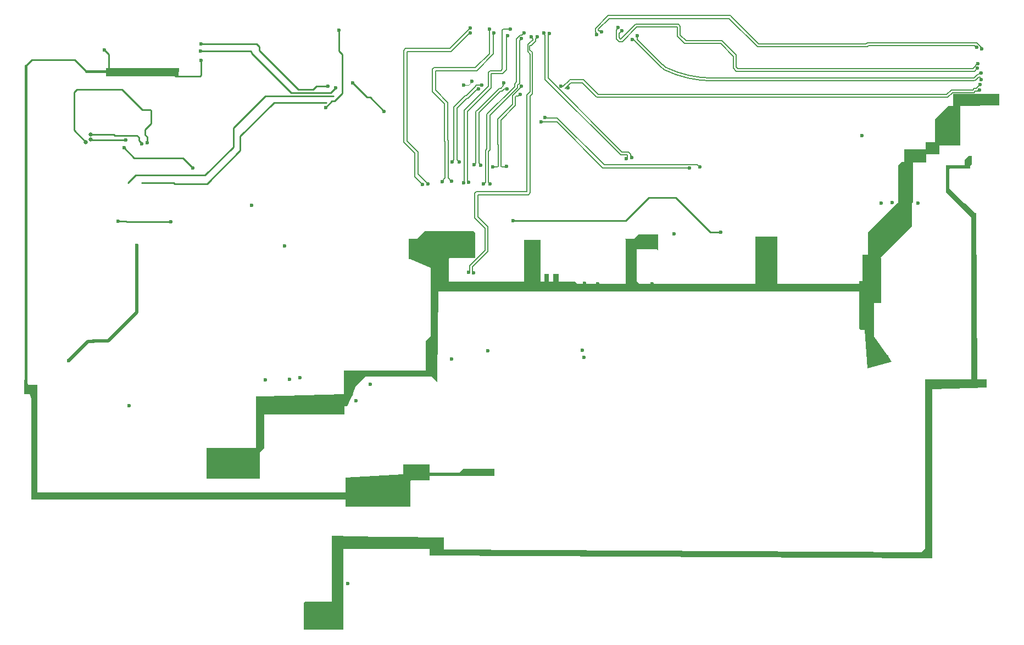
<source format=gbr>
%TF.GenerationSoftware,Altium Limited,Altium Designer,25.8.1 (18)*%
G04 Layer_Physical_Order=6*
G04 Layer_Color=16737945*
%FSLAX45Y45*%
%MOMM*%
%TF.SameCoordinates,C91546C2-10F2-4142-A55A-9FF34A01A7B4*%
%TF.FilePolarity,Positive*%
%TF.FileFunction,Copper,L6,Inr,Signal*%
%TF.Part,Single*%
G01*
G75*
%TA.AperFunction,Conductor*%
%ADD134C,0.25400*%
%ADD135C,0.40000*%
%ADD137C,0.50000*%
%ADD144C,0.45000*%
%TA.AperFunction,ComponentPad*%
%ADD151C,0.65000*%
%TA.AperFunction,ViaPad*%
%ADD164C,0.60000*%
%TA.AperFunction,Conductor*%
%ADD165C,0.16725*%
%ADD167C,0.12980*%
%ADD168C,0.12000*%
G36*
X5003800Y11630660D02*
X3881120D01*
X3881120Y11762740D01*
X5006340D01*
X5003800Y11630660D01*
D02*
G37*
G36*
X17223740Y10276840D02*
X17213580Y10266680D01*
X17216119Y10264140D01*
X17203419Y10251440D01*
Y10210800D01*
X16891000D01*
X16880840Y10200640D01*
Y9908540D01*
X16877666Y9909175D01*
X17104996Y9681845D01*
X17128998Y9671557D01*
X17250919Y9549638D01*
X17273016Y9527540D01*
X17291095D01*
X17313885Y6959870D01*
X17457420Y6959600D01*
Y6860540D01*
Y6840220D01*
X17454880Y6835140D01*
X16620183Y6809740D01*
Y4296103D01*
X16618201D01*
X16620183Y4296093D01*
Y4198620D01*
X8869680Y4244340D01*
Y4289575D01*
Y4343400D01*
X7540000D01*
Y3530000D01*
X7540000Y3110000D01*
X7530000Y3100000D01*
X6930000Y3100000D01*
Y3510000D01*
X6950000Y3530000D01*
X7350000D01*
X7360000Y3540000D01*
Y4550000D01*
X7540000D01*
Y4537676D01*
X9083040Y4526280D01*
X9085580Y4523740D01*
Y4343400D01*
Y4333731D01*
X16452328Y4296931D01*
X16451579Y4297680D01*
X16504919Y4351020D01*
Y6961177D01*
X16620183D01*
X17221201Y6960045D01*
Y9458960D01*
X17039590Y9640570D01*
Y9640570D01*
X16830040Y9850120D01*
Y9918700D01*
Y10266680D01*
X17119600D01*
Y10345420D01*
X17183099Y10408920D01*
X17223740D01*
Y10276840D01*
D02*
G37*
G36*
X17653000Y11358880D02*
Y11186160D01*
X17045940Y11179725D01*
Y10571480D01*
X17043401Y10568940D01*
X16725900D01*
Y10431780D01*
X16525240Y10431780D01*
Y10302240D01*
X16319501D01*
Y9692640D01*
X16306799Y9679940D01*
Y9321800D01*
X15824200Y8839200D01*
X15831821Y8831580D01*
Y8138160D01*
X15720061D01*
Y7726680D01*
X15714980D01*
Y7625428D01*
X15924326Y7330440D01*
X15935960D01*
Y7314045D01*
X15992619Y7234205D01*
X15620329Y7129199D01*
X15573653Y7726680D01*
X15516859D01*
X15491460Y7752080D01*
Y8315960D01*
X9004391D01*
X8988609Y7013915D01*
X8990000Y7000000D01*
X8988440D01*
X8987460Y6919160D01*
X8906620Y7000000D01*
X7878840D01*
X7725192Y6846352D01*
X7682899Y6731846D01*
X7691026Y6732053D01*
X7660214Y6670428D01*
X7652440Y6649380D01*
X7651818Y6653637D01*
X7600000Y6550000D01*
X7556500D01*
Y6416040D01*
X6320000D01*
Y5900000D01*
X6250000Y5830000D01*
Y5440000D01*
X6260000Y5430000D01*
X5430000D01*
Y5900000D01*
X6190000D01*
Y6700000D01*
X6320000D01*
Y6697195D01*
X7550000Y6728467D01*
Y7000000D01*
Y7100000D01*
X8806180D01*
Y7546340D01*
X8887460Y7627620D01*
Y8675528D01*
X8571411Y8813800D01*
X8549640D01*
Y9128760D01*
X8547100Y9131300D01*
X8674100D01*
X8790940Y9248140D01*
X9542780D01*
X9568180Y9222740D01*
Y8829040D01*
X9177020D01*
X9169400Y8821420D01*
Y8470900D01*
X10322560Y8470900D01*
Y9108440D01*
X10579100D01*
Y8470900D01*
X10637520D01*
Y8585200D01*
X10634980Y8587740D01*
X10708640D01*
Y8470900D01*
X10777220D01*
Y8589408D01*
X10855960D01*
X10855960Y8470900D01*
X11094720D01*
Y8475980D01*
X11097260Y8478520D01*
X11104880Y8470900D01*
X11109960D01*
Y8465820D01*
X11137900Y8437880D01*
X11892280D01*
Y9121140D01*
X11887200Y9126220D01*
X11889740Y9128760D01*
X12016740D01*
X12082780Y9194800D01*
X12390120D01*
Y8953500D01*
X12374880Y8968740D01*
X12065000D01*
Y8473440D01*
X12100559Y8437880D01*
X13893800D01*
Y9159240D01*
X14226540D01*
Y8437880D01*
X15491460D01*
Y8473440D01*
X15539720D01*
Y8879840D01*
X15626080D01*
Y9230360D01*
X16078200Y9682480D01*
X16093440D01*
Y10264140D01*
X16139160Y10309860D01*
X16182339D01*
X16187421Y10314940D01*
Y10507980D01*
X16518317D01*
X16515184Y10622280D01*
X16659860D01*
Y10975340D01*
X16863060Y11178540D01*
X16934180Y11179528D01*
Y11363960D01*
X17647920D01*
X17653000Y11358880D01*
D02*
G37*
G36*
X2680932Y6877096D02*
X2821940Y6873240D01*
Y5224780D01*
X2816860Y5219700D01*
X7574280D01*
Y5445760D01*
X8463280Y5493192D01*
Y5651500D01*
X8869680Y5646420D01*
X8872220Y5643880D01*
Y5523230D01*
X9325610D01*
X9386900Y5584520D01*
X9869500D01*
X9865360Y5580380D01*
Y5473700D01*
X9657080D01*
X9654540Y5471160D01*
X9273540D01*
X9271000Y5468620D01*
X8872220D01*
Y5402580D01*
X8582660D01*
X8575040Y5394960D01*
Y4993640D01*
X7574280D01*
Y5185953D01*
X7565987Y5105400D01*
X2816860D01*
X2814320Y5107940D01*
X2727960D01*
X2727960Y6667628D01*
X2702498Y6733540D01*
X2623820D01*
Y6951980D01*
X2667000D01*
X2680932Y6877096D01*
D02*
G37*
%LPC*%
G36*
X9006840Y8518009D02*
X9005763Y8429183D01*
X9006840Y8430260D01*
Y8518009D01*
D02*
G37*
%LPD*%
D134*
X10806572Y8533272D02*
X10815320Y8542020D01*
X10806572Y8495172D02*
Y8533272D01*
X10805160Y8493760D02*
X10806572Y8495172D01*
X7470000Y3180000D02*
Y4478160D01*
X7467600Y4480560D02*
X7470000Y4478160D01*
X3853180Y12044680D02*
X3928067Y11969793D01*
X4886960Y11706860D02*
X4960620Y11633200D01*
X6338900Y11330000D02*
X7390000D01*
X5847080Y10838180D02*
X6338900Y11330000D01*
X5847080Y10543540D02*
Y10838180D01*
X5410200Y10106660D02*
X5847080Y10543540D01*
X4336660Y10106660D02*
X5410200D01*
X4220000Y9990000D02*
X4336660Y10106660D01*
X7344240Y11381740D02*
X7417500Y11455000D01*
X6736080Y11381740D02*
X7344240D01*
X6123940Y11993880D02*
X6736080Y11381740D01*
X4430000Y9990000D02*
X4926721D01*
X4941780Y9974941D01*
X5438501D01*
X5951220Y10487660D01*
Y10708640D01*
X6474460Y11231880D01*
X7274560D01*
X7364024Y11252764D02*
X7404664D01*
X7266940Y11155680D02*
X7364024Y11252764D01*
X7404664D02*
X7526020Y11374120D01*
X6200140Y12136120D02*
X6243320Y12092940D01*
Y12030045D02*
X6844625Y11428740D01*
X5346700Y12136120D02*
X6200140D01*
X6844625Y11428740D02*
X7075374D01*
X7126634Y11480000D01*
X7305000D01*
X6243320Y12030045D02*
Y12092940D01*
X2646680Y6809379D02*
X2661559Y6794500D01*
X2763520D01*
X2646680Y6809379D02*
Y6946685D01*
X3403600Y11887200D02*
X3578860Y11711940D01*
X5329281Y11633200D02*
X5344160Y11648079D01*
X4960620Y11633200D02*
X5329281D01*
X5344160Y11648079D02*
Y11877401D01*
X3913188Y11711940D02*
X3928067Y11726819D01*
X2646680Y11798300D02*
X2735580Y11887200D01*
X3403600D01*
X3928067Y11726819D02*
Y11969793D01*
X6106521Y12026900D02*
X6123940Y12009481D01*
X5341620Y12026900D02*
X6106521D01*
X6123940Y11993880D02*
Y12009481D01*
X7680960Y11529060D02*
X7900657Y11309363D01*
X7953997D01*
X8168640Y11094720D01*
X13197839Y9227820D02*
X13360400D01*
X12661900Y9763760D02*
X13197839Y9227820D01*
X12247880Y9763760D02*
X12661900D01*
X11892280Y9408160D02*
X12247880Y9763760D01*
X10160000Y9408160D02*
X11892280D01*
X7472680Y12024360D02*
Y12341860D01*
X7526020Y11374120D02*
Y11971020D01*
X7472680Y12024360D02*
X7526020Y11971020D01*
X4160000Y10530000D02*
X4315000Y10375000D01*
X5065000D01*
X5220000Y10220000D01*
X4430000Y10590000D02*
Y10599363D01*
X4387459Y10641904D02*
X4430000Y10599363D01*
X4387459Y10641904D02*
Y10692541D01*
X4360000Y10720000D02*
X4387459Y10692541D01*
X4016858Y10720000D02*
X4360000D01*
X3996858Y10740000D02*
X4016858Y10720000D01*
X3643000Y10740000D02*
X3996858D01*
X4185000Y10655000D02*
X4190000Y10650000D01*
X3648000Y10655000D02*
X4185000D01*
X3643000Y10660000D02*
X3648000Y10655000D01*
X4070000Y9400000D02*
X4190000D01*
X4200000Y9390000D01*
X4880000D01*
X4520000Y10610000D02*
Y10694681D01*
X4480000Y10734682D02*
X4520000Y10694681D01*
X4480000Y10734682D02*
Y10810000D01*
X4580000Y10910000D01*
Y11105121D01*
X4565121Y11120000D02*
X4580000Y11105121D01*
X4440000Y11120000D02*
X4565121D01*
X4130000Y11430000D02*
X4440000Y11120000D01*
X3430000Y11430000D02*
X4130000D01*
X3390000Y11390000D02*
X3430000Y11430000D01*
X3390000Y10803000D02*
Y11390000D01*
Y10803000D02*
X3573000Y10620000D01*
D135*
X2646680Y6946685D02*
Y11798300D01*
D137*
X3310000Y7250000D02*
X3602346Y7542346D01*
X3692346D01*
X3700000Y7550000D02*
X3918771D01*
X3692346Y7542346D02*
X3700000Y7550000D01*
X3918771D02*
X4360000Y7991228D01*
Y9030000D01*
D144*
X3578860Y11711940D02*
X3913188D01*
D151*
X3643000Y10740000D02*
D03*
Y10660000D02*
D03*
X3573000Y10620000D02*
D03*
D164*
X15534641Y10721340D02*
D03*
X12070080Y12263120D02*
D03*
X17368520Y11689080D02*
D03*
X17604739Y11318240D02*
D03*
X17612360Y11216640D02*
D03*
X17325340Y11323320D02*
D03*
X16984979Y11318240D02*
D03*
X17325340Y11229340D02*
D03*
X14038580Y9047480D02*
D03*
X14033501Y8935720D02*
D03*
X12171680Y9151620D02*
D03*
X11938000Y9080500D02*
D03*
X11998960Y9027160D02*
D03*
X14033501Y8829040D02*
D03*
X13949680Y8823960D02*
D03*
X12298680Y8430260D02*
D03*
X11254740Y8440420D02*
D03*
X11463020Y8432800D02*
D03*
X15707359Y7437120D02*
D03*
X15892780Y7294880D02*
D03*
X10528300Y8884920D02*
D03*
X10378440Y8902700D02*
D03*
X10452100Y8844280D02*
D03*
X9230360Y8910320D02*
D03*
X9131300Y8897620D02*
D03*
X9034780Y8900160D02*
D03*
X8956040Y8854440D02*
D03*
X10815320Y8542020D02*
D03*
X10673080D02*
D03*
X9672320Y8437880D02*
D03*
X8950960Y9212580D02*
D03*
X8875257Y9167119D02*
D03*
X8656320Y9055100D02*
D03*
X8623300Y8973820D02*
D03*
X8890000Y8745220D02*
D03*
X8770620Y8874760D02*
D03*
X8684260Y8892540D02*
D03*
X6069788Y5505334D02*
D03*
X5729230Y5510378D02*
D03*
X5889789Y5505334D02*
D03*
X5549230Y5510378D02*
D03*
X11991340Y12202160D02*
D03*
X17365981Y11584940D02*
D03*
X16393159Y9674860D02*
D03*
X15994380Y9687560D02*
D03*
X15831821Y9677400D02*
D03*
X12639040Y9204960D02*
D03*
X11249660Y7297420D02*
D03*
X11224260Y7411720D02*
D03*
X6129020Y9641840D02*
D03*
X6631940Y9019540D02*
D03*
X9207500Y7272020D02*
D03*
X7955280Y6883400D02*
D03*
X7607300Y3812540D02*
D03*
X6868160Y6985000D02*
D03*
X6710680Y6962140D02*
D03*
X6339840Y6949440D02*
D03*
X4239260Y6550660D02*
D03*
X17350740Y11503660D02*
D03*
X10894060Y11478260D02*
D03*
X17170399Y10320020D02*
D03*
X7467600Y4480560D02*
D03*
X17300342Y12083182D02*
D03*
X11516360Y12316460D02*
D03*
X11833860Y12339320D02*
D03*
X17322800Y11831320D02*
D03*
X17345660Y11424920D02*
D03*
X11005820Y11455400D02*
D03*
X17375259Y12059960D02*
D03*
X11445240Y12278360D02*
D03*
X11772914Y12387580D02*
D03*
X17310100Y11757660D02*
D03*
X12877800Y10218460D02*
D03*
X13037820Y10238740D02*
D03*
X10327640Y12303760D02*
D03*
X10284460Y12214860D02*
D03*
X9395460Y11501120D02*
D03*
X7734300Y6631940D02*
D03*
X9544575Y8604541D02*
D03*
X9471660Y8608060D02*
D03*
X9768840Y7404100D02*
D03*
X9060721Y10010681D02*
D03*
X9204960Y10020300D02*
D03*
X10711180Y12298051D02*
D03*
X11902440Y10360660D02*
D03*
X11983720Y10383520D02*
D03*
X9390380Y9992360D02*
D03*
X9469120Y9997440D02*
D03*
X10114280Y12359640D02*
D03*
X10068560Y12263120D02*
D03*
X9212580Y10317480D02*
D03*
X9324340D02*
D03*
X9674860Y11501120D02*
D03*
X9622502Y11440418D02*
D03*
X10010140Y11531600D02*
D03*
X9555480Y10269220D02*
D03*
X10066388Y11438839D02*
D03*
X9659620Y10266680D02*
D03*
X9841782Y10235342D02*
D03*
X10058470Y10243996D02*
D03*
X10647680Y10995660D02*
D03*
X10586720Y10929620D02*
D03*
X10629900Y12301220D02*
D03*
X10434320Y12245340D02*
D03*
X10528300D02*
D03*
X9804400Y9974580D02*
D03*
X9789160Y12362180D02*
D03*
X9494520Y12382500D02*
D03*
X8760460Y9966960D02*
D03*
X9857740Y12303760D02*
D03*
X9497060Y12301220D02*
D03*
X8846820Y9972040D02*
D03*
X9700260D02*
D03*
X10266680Y11356340D02*
D03*
X10279380Y11478260D02*
D03*
X9525000Y11554460D02*
D03*
X4894580Y11689080D02*
D03*
X5346700Y12136120D02*
D03*
X7305000Y11480000D02*
D03*
X3853180Y12040769D02*
D03*
X5344160Y11877401D02*
D03*
X8710000Y5520000D02*
D03*
X9248140Y5496560D02*
D03*
X9819640Y5529580D02*
D03*
X5341620Y12026900D02*
D03*
X7417500Y11455000D02*
D03*
X8168640Y11094720D02*
D03*
X7680960Y11529060D02*
D03*
X13360400Y9227820D02*
D03*
X10160000Y9408160D02*
D03*
X7472680Y12341860D02*
D03*
X7266940Y11155680D02*
D03*
X4160000Y10530000D02*
D03*
X5220000Y10220000D02*
D03*
X4190000Y10650000D02*
D03*
X4430000Y10590000D02*
D03*
X3700000Y7550000D02*
D03*
X3310000Y7250000D02*
D03*
X4360000Y9030000D02*
D03*
X4070000Y9400000D02*
D03*
X4880000Y9390000D02*
D03*
X4520000Y10610000D02*
D03*
D165*
X11558574Y10267685D02*
X12854388D01*
X11539220Y10220960D02*
X12875301D01*
X10586720Y10929620D02*
X10808311D01*
X12856525Y10269822D02*
X12995027D01*
X13030791Y10234059D01*
X13039673D01*
X12875301Y10220960D02*
X12877800Y10218460D01*
X10808311Y10929620D02*
X10830560D01*
X12854388Y10267685D02*
X12856525Y10269822D01*
X9796780Y11030515D02*
X10224687Y11458422D01*
X10255747Y11527264D02*
Y12183425D01*
X10224687Y11496204D02*
X10255747Y11527264D01*
X10284460Y12212138D02*
Y12214860D01*
X10224687Y11458422D02*
Y11496204D01*
X10177962Y11477776D02*
Y11515558D01*
X10324810Y12303760D02*
X10327640D01*
X10287273Y12266222D02*
X10324810Y12303760D01*
X10255747Y12183425D02*
X10284460Y12212138D01*
X10263185Y12266222D02*
X10287273D01*
X10209023Y11546619D02*
Y12212060D01*
X10177962Y11515558D02*
X10209023Y11546619D01*
Y12212060D02*
X10263185Y12266222D01*
X9750055Y11049869D02*
X10177962Y11477776D01*
X9531480Y8629346D02*
X9544575Y8616251D01*
X9484755Y8632865D02*
Y8715404D01*
X10414020Y12110740D02*
X10438436D01*
X9611360Y9466619D02*
X9767286Y9310694D01*
X9531480Y8696050D02*
X9767286Y8931855D01*
X9720560Y8951209D02*
Y9291340D01*
X9471660Y8608060D02*
Y8619770D01*
X10434320Y12237533D02*
X10457948Y12213905D01*
X10380980Y12124425D02*
X10423734Y12167179D01*
X9484755Y8715404D02*
X9720560Y8951209D01*
X10457948Y12196330D02*
Y12213905D01*
X9471660Y8619770D02*
X9484755Y8632865D01*
X10434320Y12237533D02*
Y12245340D01*
X10504672Y12213905D02*
X10528300Y12237533D01*
X10504672Y12176976D02*
Y12213905D01*
X10380980Y12011660D02*
Y12124425D01*
X10423734Y12167179D02*
X10428796D01*
X10457948Y12196330D01*
X9767286Y8931855D02*
Y9310694D01*
X9544575Y8604541D02*
Y8616251D01*
X10438436Y12110740D02*
X10504672Y12176976D01*
X9531480Y8629346D02*
Y8696050D01*
X10528300Y12237533D02*
Y12245340D01*
X9060721Y10015761D02*
X9109208Y10064248D01*
X9060721Y10010681D02*
Y10015761D01*
X9147042Y10651126D02*
Y11231417D01*
X9100318Y10631771D02*
X9109208Y10622881D01*
X9155932Y10064248D02*
X9199880Y10020300D01*
X9109208Y10064248D02*
Y10622881D01*
X9147042Y10651126D02*
X9155932Y10642236D01*
X9100318Y10631771D02*
Y11212063D01*
X9155932Y10064248D02*
Y10642236D01*
X9199880Y10020300D02*
X9204960D01*
X10647178Y11586426D02*
X11811784Y10421820D01*
X10711180Y12286341D02*
Y12298051D01*
X10693902Y11605780D02*
X11831138Y10468544D01*
X10693902Y12269064D02*
X10711180Y12286341D01*
X10693902Y11605780D02*
Y12269064D01*
X10647178Y11586426D02*
Y12272232D01*
X10629900Y12289510D02*
Y12301220D01*
Y12289510D02*
X10647178Y12272232D01*
X11966908Y10412042D02*
X11983720Y10395230D01*
X11902440Y10360660D02*
Y10372370D01*
X11929740Y10468544D02*
X11966908Y10431376D01*
X11811784Y10421820D02*
X11910386D01*
X11966908Y10412042D02*
Y10431376D01*
X11902440Y10372370D02*
X11920183Y10390113D01*
X11910386Y10421820D02*
X11920183Y10412022D01*
X11831138Y10468544D02*
X11929740D01*
X11920183Y10390113D02*
Y10412022D01*
X11983720Y10383520D02*
Y10395230D01*
X10005060Y12359640D02*
X10114280D01*
X9989820Y12344400D02*
X10005060Y12359640D01*
X9972403Y11723105D02*
X9989820Y11740522D01*
Y12344400D01*
X9800286Y11723105D02*
X9972403D01*
X9772915Y11478062D02*
Y11695734D01*
X9800286Y11723105D01*
X9406388Y11111534D02*
X9772915Y11478062D01*
X9406388Y10020078D02*
Y11111534D01*
X9390380Y10004070D02*
X9406388Y10020078D01*
X9390380Y9992360D02*
Y10004070D01*
X10068560Y12251410D02*
Y12263120D01*
X10054325Y12237175D02*
X10068560Y12251410D01*
X10054325Y11738948D02*
Y12237175D01*
X9991757Y11676380D02*
X10054325Y11738948D01*
X9819640Y11458708D02*
Y11676380D01*
X9991757D01*
X9453112Y11092180D02*
X9819640Y11458708D01*
X9469120Y9997440D02*
Y10009150D01*
X9453112Y10025158D02*
Y11092180D01*
Y10025158D02*
X9469120Y10009150D01*
X9673325Y11499585D02*
X9674860Y11501120D01*
X9582348Y11499585D02*
X9673325D01*
X9438844Y11338877D02*
X9582348Y11482381D01*
Y11499585D01*
X9421641Y11338877D02*
X9438844D01*
X9245098Y11162334D02*
X9421641Y11338877D01*
X9212580Y10317480D02*
X9245098Y10349998D01*
Y11162334D01*
X9610792Y11440418D02*
X9622502D01*
X9588025Y11421978D02*
X9592351D01*
X9610792Y11440418D01*
X9458199Y11292152D02*
X9588025Y11421978D01*
X9440995Y11292152D02*
X9458199D01*
X9291822Y11142980D02*
X9440995Y11292152D01*
X9291822Y10349998D02*
Y11142980D01*
Y10349998D02*
X9324340Y10317480D01*
X9611559Y11120357D02*
X9943435Y11452233D01*
X9967966D01*
X10006509Y11490776D02*
Y11527969D01*
X10010140Y11531600D01*
X9967966Y11452233D02*
X10006509Y11490776D01*
X9584188Y11092986D02*
X9611558Y11120357D01*
X9611559D01*
X9584188Y10297928D02*
Y11092986D01*
X9555480Y10269220D02*
X9584188Y10297928D01*
X10021292Y11439481D02*
X10065747D01*
X10066388Y11438839D01*
X9987320Y11405509D02*
X10021292Y11439481D01*
X9962789Y11405509D02*
X9987320D01*
X9630913Y11073632D02*
X9962789Y11405509D01*
X9630912Y10295388D02*
X9659620Y10266680D01*
X9630912Y10295388D02*
Y11073632D01*
X9630913D01*
X10204846Y11330465D02*
X10229095D01*
X9796780Y10496048D02*
Y11030515D01*
X10193020Y11318639D02*
X10204846Y11330465D01*
X10229095D02*
X10254970Y11356340D01*
X10193020Y11181848D02*
Y11318639D01*
X10254970Y11356340D02*
X10266680D01*
X10146295Y11201202D02*
Y11337993D01*
X10279380Y11471078D02*
Y11478260D01*
X10146295Y11337993D02*
X10279380Y11471078D01*
X9750055Y10515402D02*
Y11049869D01*
X9841782Y10235342D02*
X9912639D01*
X9926763Y10249466D02*
Y10579652D01*
X9912639Y10235342D02*
X9926763Y10249466D01*
X9983285Y10239669D02*
X10054142D01*
X9965833Y10606661D02*
Y10954661D01*
X9973488Y10249466D02*
Y10599006D01*
X9965833Y10606661D02*
X9973488Y10599006D01*
Y10249466D02*
X9983285Y10239669D01*
X10054142D02*
X10058470Y10243996D01*
X9919108Y10587307D02*
X9926763Y10579652D01*
X9965833Y10954661D02*
X10193020Y11181848D01*
X9919108Y10974015D02*
X10146295Y11201202D01*
X9919108Y10587307D02*
Y10974015D01*
X10651262Y10992078D02*
X10834182D01*
X10647680Y10995660D02*
X10651262Y10992078D01*
X10834182D02*
X11558574Y10267685D01*
X10830560Y10929620D02*
X11539220Y10220960D01*
X10380980Y12011660D02*
X10421600Y11971040D01*
Y11399540D02*
Y11971040D01*
X10370820Y11348759D02*
X10421600Y11399540D01*
X10414020Y12044700D02*
Y12110740D01*
Y12044700D02*
X10454640Y12004079D01*
Y11366500D02*
Y12004079D01*
X10417545Y11329405D02*
X10454640Y11366500D01*
X10370820Y9856205D02*
Y11348759D01*
X9592006Y9856205D02*
X10370820D01*
X9564635Y9447265D02*
X9720560Y9291340D01*
X9564635Y9828834D02*
X9592006Y9856205D01*
X9564635Y9447265D02*
Y9828834D01*
X10417545Y9836851D02*
Y11329405D01*
X10390174Y9809480D02*
X10417545Y9836851D01*
X9611360Y9809480D02*
X10390174D01*
X9611360Y9466619D02*
Y9809480D01*
X9775692Y10474960D02*
X9796780Y10496048D01*
X9775692Y10003288D02*
X9804400Y9974580D01*
X9775692Y10003288D02*
Y10474960D01*
X9789160Y11982185D02*
Y12362180D01*
X9575800Y11768825D02*
X9789160Y11982185D01*
X8939226Y11768825D02*
X9575800D01*
X8911855Y11400525D02*
X9100318Y11212063D01*
X8911855Y11741454D02*
X8939226Y11768825D01*
X8911855Y11400525D02*
Y11741454D01*
X9474200Y12354599D02*
Y12362180D01*
X9183066Y12063465D02*
X9474200Y12354599D01*
X8878794Y12064067D02*
X8879396Y12063465D01*
X9183066D01*
X8498873Y12064067D02*
X8878794D01*
X8470900Y10619740D02*
X8641080Y10449560D01*
Y10086340D02*
Y10449560D01*
X8470900Y12036094D02*
X8498873Y12064067D01*
X8470900Y10619740D02*
Y12036094D01*
X8641080Y10086340D02*
X8760460Y9966960D01*
X9854558Y12300578D02*
X9857740Y12303760D01*
X9854558Y11981504D02*
Y12300578D01*
X9595154Y11722100D02*
X9854558Y11981504D01*
X8958580Y11722100D02*
X9595154D01*
X8958580Y11419879D02*
Y11722100D01*
Y11419879D02*
X9147042Y11231417D01*
X9486900Y12301220D02*
X9497060D01*
X9202420Y12016740D02*
X9486900Y12301220D01*
X8859439Y12017342D02*
X8860042Y12016740D01*
X8518227Y12017342D02*
X8859439D01*
X8860042Y12016740D02*
X9202420D01*
X8517625D02*
X8518227Y12017342D01*
X8517625Y10639094D02*
Y12016740D01*
X8687805Y10131055D02*
X8846820Y9972040D01*
X8517625Y10639094D02*
X8687805Y10468914D01*
Y10131055D02*
Y10468914D01*
X9728968Y10494314D02*
X9750055Y10515402D01*
X9728968Y10000748D02*
Y10494314D01*
X9700260Y9972040D02*
X9728968Y10000748D01*
D167*
X12462770Y11810591D02*
G03*
X12462622Y11810739I-30539J-30243D01*
G01*
X12463813Y11809547D02*
G03*
X12464533Y11808878I9191J9165D01*
G01*
X12507524Y11772752D02*
G03*
X12508519Y11772273I723996J1504354D01*
G01*
Y11772273D02*
G03*
X12511524Y11771259I5621J11700D01*
G01*
X12504846Y11774500D02*
G03*
X12507524Y11772752I8381J9912D01*
G01*
X12511524Y11771260D02*
G03*
X13231018Y11607599I719997J1501925D01*
G01*
X17254301Y11607600D02*
G03*
X17263477Y11611398I0J12980D01*
G01*
X17332347Y11667705D02*
G03*
X17304723Y11652616I11931J-54673D01*
G01*
X17332347Y11667705D02*
G03*
X17342560Y11680387I-2767J12681D01*
G01*
X17362044Y11692873D02*
G03*
X17342560Y11681639I-6503J-11234D01*
G01*
X17364717Y11692882D02*
G03*
X17355540Y11696682I-9177J-9180D01*
G01*
X12433402Y11779176D02*
G03*
X12436560Y11776247I39603J39536D01*
G01*
X12488389Y11734267D02*
G03*
X12488650Y11734137I9670J19191D01*
G01*
X12477027Y11741739D02*
G03*
X12488389Y11734267I36201J42674D01*
G01*
X12488650Y11734137D02*
G03*
X12489906Y11733533I742870J1542968D01*
G01*
X12492819Y11732137D02*
G03*
X13231018Y11564619I738702J1544968D01*
G01*
X12432231Y11780347D02*
G03*
X12432231Y11780346I15196J15196D01*
G01*
X17254301Y11564620D02*
G03*
X17293855Y11580996I0J55960D01*
G01*
X17356740Y11616662D02*
G03*
X17335103Y11622213I-12462J-3630D01*
G01*
X11425816Y12375032D02*
X11621044Y12570260D01*
X13517792Y12557671D02*
X13517792D01*
X11469975Y12358409D02*
X11638846Y12527280D01*
X13517792Y12557671D02*
X13944423Y12131040D01*
X13505203Y12570260D02*
X13517792Y12557671D01*
X11638846Y12527280D02*
X13487399D01*
X13914030Y12100649D01*
X11621044Y12570260D02*
X13505203D01*
X12682437Y12392660D02*
X12690040Y12385057D01*
Y12252737D02*
Y12385057D01*
X11819196Y12210356D02*
X12044480Y12435640D01*
X12700239D02*
X12733020Y12402859D01*
X12044480Y12435640D02*
X12700239D01*
X11836999Y12167376D02*
X12062282Y12392660D01*
X12682437D01*
X12733020Y12270540D02*
Y12402859D01*
X12462770Y11810591D02*
X12463813Y11809547D01*
X12464533Y11808878D02*
X12504846Y11774500D01*
X12070080Y12203281D02*
X12462622Y11810738D01*
X13231020Y11607600D02*
X17254301Y11607600D01*
X12070080Y12203281D02*
Y12263120D01*
X17263477Y11611398D02*
X17304723Y11652616D01*
X17342560Y11680387D02*
Y11681639D01*
X17364717Y11692882D02*
X17368520Y11689080D01*
X17355540Y11696682D02*
X17362044Y11692873D01*
X12436560Y11776247D02*
X12477026Y11741738D01*
X12489906Y11733533D02*
X12492819Y11732137D01*
X12432231Y11780346D02*
X12433402Y11779176D01*
X12010418Y12202160D02*
X12432231Y11780347D01*
X11991340Y12202160D02*
X12010418D01*
X13231020Y11564620D02*
X17254301Y11564620D01*
X17293855Y11580996D02*
X17335103Y11622213D01*
X17356740Y11616662D02*
X17365981Y11584940D01*
X17240262Y11426430D02*
X17261186Y11447354D01*
X16908305Y11426430D02*
X17240262D01*
X17294434Y11447354D02*
X17350740Y11503660D01*
X17261186Y11447354D02*
X17294434D01*
X16835475Y11353600D02*
X16908305Y11426430D01*
X11254740Y11567160D02*
X11468300Y11353600D01*
X16835475D01*
X11254740Y11567160D02*
X11254740D01*
X11242151Y11579748D02*
X11254740Y11567160D01*
X11028746Y11579748D02*
X11242151D01*
X11016158Y11567160D02*
X11028746Y11579748D01*
X11016157Y11567160D02*
X11016158D01*
X10894060Y11478260D02*
X10894149Y11478171D01*
X10927169D02*
X11016157Y11567160D01*
X10894149Y11478171D02*
X10927169D01*
X15631796Y12106890D02*
X17263911D01*
X17287617Y12083182D01*
X17300342D01*
X15612967Y12088060D02*
X15631796Y12106890D01*
X13926620Y12088060D02*
X15612967D01*
X11469975Y12347656D02*
Y12358409D01*
X11479154Y12338478D02*
X11481619D01*
X11469975Y12347656D02*
X11479154Y12338478D01*
X13914032Y12100649D02*
X13926620Y12088060D01*
X13914030Y12100649D02*
X13914032D01*
X11481619Y12338478D02*
X11503636Y12316460D01*
X11516360D01*
X17240390Y11756513D02*
X17247993Y11764117D01*
X13615347Y11756513D02*
X17240390D01*
X17247993Y11764117D02*
Y11765542D01*
X13596620Y11775240D02*
X13615347Y11756513D01*
X17247993Y11765542D02*
X17313771Y11831320D01*
X11796049Y12307171D02*
X11828198Y12339320D01*
X11786869Y12231930D02*
Y12307171D01*
X11796049D01*
X11828198Y12339320D02*
X11833860D01*
X17313771Y11831320D02*
X17322800D01*
X11808443Y12210356D02*
X11819196D01*
X12733020Y12270540D02*
X12819380Y12184180D01*
X13373323D02*
X13596620Y11960883D01*
X12819380Y12184180D02*
X13373323D01*
X13596620Y11775240D02*
Y11960883D01*
X11786869Y12231930D02*
X11808443Y12210356D01*
X17332936Y11424920D02*
X17345660D01*
X17312390Y11404374D02*
X17332936Y11424920D01*
X17278989Y11404374D02*
X17312390D01*
X17258064Y11383450D02*
X17278989Y11404374D01*
X16926106Y11383450D02*
X17258064D01*
X11224349Y11536769D02*
X11437909Y11323208D01*
X16853278Y11310620D02*
X16926106Y11383450D01*
X11437909Y11323208D02*
X11450498Y11310620D01*
X16853278D01*
X11437909Y11323208D02*
X11437909D01*
X11046549Y11536769D02*
X11224349D01*
X10965180Y11455400D02*
X11046549Y11536769D01*
X10965180Y11455400D02*
X11005820D01*
X10957560Y11447780D02*
X10965180Y11455400D01*
X17303644Y12149870D02*
X17366263Y12087250D01*
Y12068957D02*
Y12087250D01*
X15613994Y12149870D02*
X17303644D01*
X17366263Y12068957D02*
X17375259Y12059960D01*
X15595164Y12131040D02*
X15613994Y12149870D01*
X13944423Y12131040D02*
X15595164D01*
X11425816Y12321054D02*
Y12375032D01*
X11436243Y12287357D02*
Y12310626D01*
X11425816Y12321054D02*
X11436243Y12310626D01*
Y12287357D02*
X11445240Y12278360D01*
X13553641Y11757437D02*
X13597543Y11713533D01*
X17266350Y11713910D02*
X17310100Y11757660D01*
X13597543Y11713533D02*
X17258192D01*
X17258568Y11713910D02*
X17266350D01*
X17258192Y11713533D02*
X17258568Y11713910D01*
X11772914Y12375669D02*
Y12387580D01*
X11743890Y12346644D02*
X11772914Y12375669D01*
X11743890Y12214128D02*
Y12346644D01*
X13553641Y11757437D02*
Y11943080D01*
X13355521Y12141200D02*
X13553641Y11943080D01*
X12690040Y12252737D02*
X12801578Y12141200D01*
X13355521D01*
X11790641Y12167376D02*
X11836999D01*
X11743890Y12214128D02*
X11790641Y12167376D01*
D168*
X9518343Y11547803D02*
Y11554460D01*
X9471660Y11501120D02*
X9518343Y11547803D01*
X9395460Y11501120D02*
X9471660D01*
%TF.MD5,0bbd1e172db8744dcf67cb74b5a34fb1*%
M02*

</source>
